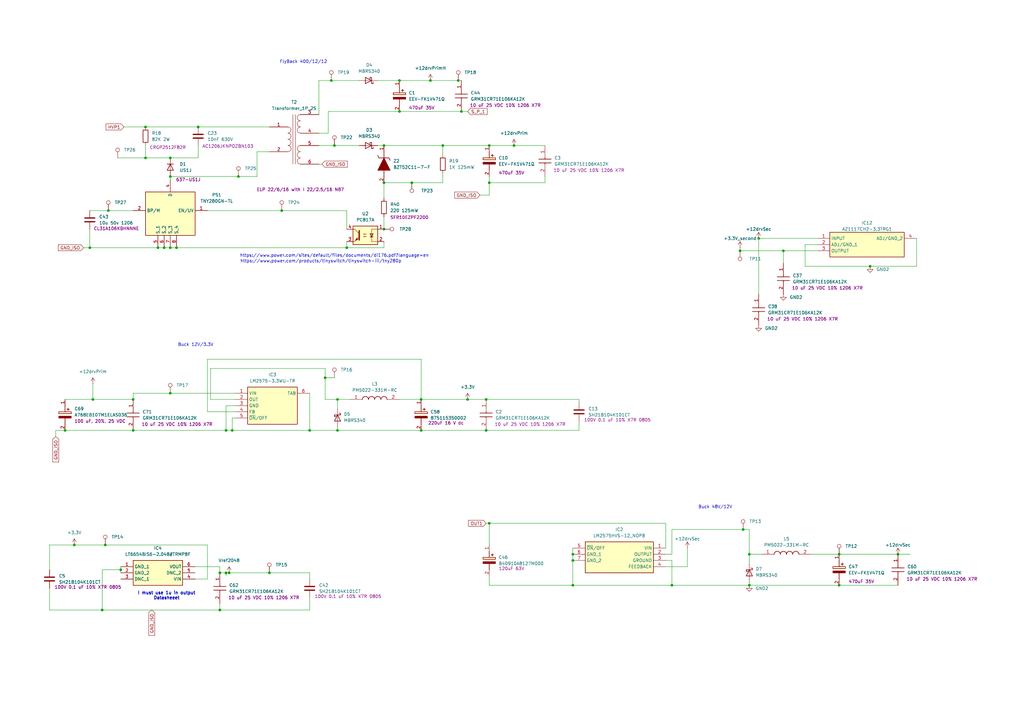
<source format=kicad_sch>
(kicad_sch (version 20250114) (generator "eeschema") (generator_version "9.0")
  (paper "A3")
  (text "I must use 1u in output\nDatasheeet\n" (at 68.326 244.348 0) (effects (font (size 1.27 1.27) (thickness 0.254) (bold yes))))
  (text "FlyBack 400/12/12" (at 124.46 25.4 0) (effects (font (size 1.27 1.27))))
  (text "Buck 12V/3.3V" (at 80.264 141.478 0) (effects (font (size 1.27 1.27))))
  (text "https://www.power.com/products/tinyswitch/tinyswitch-iii/tny280p" (at 131.572 107.188 0) (effects (font (size 1.27 1.27))))
  (text "Buck 48V/12V" (at 293.37 208.026 0) (effects (font (size 1.27 1.27))))
  (text "https://www.power.com/sites/default/files/documents/di176.pdf?language=en" (at 137.16 104.902 0) (effects (font (size 1.27 1.27))))
  (junction (at 176.53 33.02))
  (junction (at 92.71 176.53))
  (junction (at 163.83 45.72))
  (junction (at 172.72 163.83))
  (junction (at 157.48 59.69))
  (junction (at 93.98 234.95))
  (junction (at 41.91 250.19))
  (junction (at 163.83 33.02))
  (junction (at 90.17 250.19))
  (junction (at 321.31 102.87))
  (junction (at 92.71 234.95))
  (junction (at 127 176.53))
  (junction (at 69.85 72.39))
  (junction (at 133.35 154.94))
  (junction (at 307.34 227.33))
  (junction (at 199.39 163.83))
  (junction (at 54.61 163.83))
  (junction (at 210.82 59.69))
  (junction (at 64.77 101.6))
  (junction (at 110.49 234.95))
  (junction (at 49.53 233.68))
  (junction (at 172.72 176.53))
  (junction (at 234.95 240.03))
  (junction (at 43.18 223.52))
  (junction (at 356.87 109.22))
  (junction (at 59.69 52.07))
  (junction (at 187.96 33.02))
  (junction (at 69.85 64.77))
  (junction (at 191.77 163.83))
  (junction (at 189.23 45.72))
  (junction (at 234.95 229.87))
  (junction (at 115.57 86.36))
  (junction (at 30.48 223.52))
  (junction (at 304.8 217.17))
  (junction (at 38.1 163.83))
  (junction (at 137.16 59.69))
  (junction (at 303.53 102.87))
  (junction (at 59.69 64.77))
  (junction (at 200.66 59.69))
  (junction (at 54.61 176.53))
  (junction (at 275.59 240.03))
  (junction (at 181.61 59.69))
  (junction (at 26.67 176.53))
  (junction (at 168.91 74.93))
  (junction (at 234.95 227.33))
  (junction (at 138.43 176.53))
  (junction (at 95.25 176.53))
  (junction (at 200.66 74.93))
  (junction (at 67.31 101.6))
  (junction (at 97.79 72.39))
  (junction (at 368.3 227.33))
  (junction (at 157.48 93.98))
  (junction (at 44.45 86.36))
  (junction (at 200.66 214.63))
  (junction (at 69.85 161.29))
  (junction (at 36.83 101.6))
  (junction (at 311.15 97.79))
  (junction (at 135.89 33.02))
  (junction (at 69.85 101.6))
  (junction (at 157.48 74.93))
  (junction (at 344.17 240.03))
  (junction (at 307.34 240.03))
  (junction (at 344.17 227.33))
  (junction (at 138.43 163.83))
  (junction (at 72.39 101.6))
  (junction (at 81.28 52.07))
  (junction (at 90.17 234.95))
  (junction (at 142.24 101.6))
  (junction (at 199.39 176.53))
  (wire (pts (xy 137.16 59.69) (xy 147.32 59.69)))
  (wire (pts (xy 49.53 232.41) (xy 49.53 233.68)))
  (wire (pts (xy 234.95 229.87) (xy 234.95 240.03)))
  (wire (pts (xy 59.69 64.77) (xy 59.69 59.69)))
  (wire (pts (xy 234.95 227.33) (xy 234.95 229.87)))
  (wire (pts (xy 200.66 214.63) (xy 200.66 223.52)))
  (wire (pts (xy 154.94 59.69) (xy 157.48 59.69)))
  (wire (pts (xy 200.66 236.22) (xy 200.66 240.03)))
  (wire (pts (xy 59.69 52.07) (xy 81.28 52.07)))
  (wire (pts (xy 142.24 99.06) (xy 142.24 101.6)))
  (wire (pts (xy 90.17 250.19) (xy 127 250.19)))
  (wire (pts (xy 26.67 176.53) (xy 54.61 176.53)))
  (wire (pts (xy 273.05 229.87) (xy 275.59 229.87)))
  (wire (pts (xy 172.72 176.53) (xy 199.39 176.53)))
  (wire (pts (xy 95.25 171.45) (xy 95.25 176.53)))
  (wire (pts (xy 38.1 157.48) (xy 38.1 163.83)))
  (wire (pts (xy 133.35 154.94) (xy 133.35 163.83)))
  (wire (pts (xy 132.08 67.31) (xy 130.81 67.31)))
  (wire (pts (xy 96.52 161.29) (xy 69.85 161.29)))
  (wire (pts (xy 304.8 217.17) (xy 307.34 217.17)))
  (wire (pts (xy 135.89 33.02) (xy 147.32 33.02)))
  (wire (pts (xy 181.61 59.69) (xy 181.61 63.5)))
  (wire (pts (xy 49.53 233.68) (xy 49.53 234.95)))
  (wire (pts (xy 157.48 59.69) (xy 181.61 59.69)))
  (wire (pts (xy 41.91 233.68) (xy 41.91 250.19)))
  (wire (pts (xy 90.17 234.95) (xy 92.71 234.95)))
  (wire (pts (xy 181.61 71.12) (xy 181.61 74.93)))
  (wire (pts (xy 275.59 229.87) (xy 275.59 240.03)))
  (wire (pts (xy 157.48 101.6) (xy 157.48 99.06)))
  (wire (pts (xy 234.95 240.03) (xy 275.59 240.03)))
  (wire (pts (xy 163.83 33.02) (xy 176.53 33.02)))
  (wire (pts (xy 200.66 80.01) (xy 200.66 74.93)))
  (wire (pts (xy 90.17 232.41) (xy 90.17 234.95)))
  (wire (pts (xy 93.98 234.95) (xy 110.49 234.95)))
  (wire (pts (xy 332.74 227.33) (xy 344.17 227.33)))
  (wire (pts (xy 127 237.49) (xy 127 234.95)))
  (wire (pts (xy 275.59 240.03) (xy 307.34 240.03)))
  (wire (pts (xy 273.05 214.63) (xy 273.05 224.79)))
  (wire (pts (xy 311.15 97.79) (xy 311.15 120.65)))
  (wire (pts (xy 81.28 59.69) (xy 81.28 64.77)))
  (wire (pts (xy 138.43 176.53) (xy 172.72 176.53)))
  (wire (pts (xy 154.94 33.02) (xy 163.83 33.02)))
  (wire (pts (xy 200.66 240.03) (xy 234.95 240.03)))
  (wire (pts (xy 90.17 247.65) (xy 90.17 250.19)))
  (wire (pts (xy 105.41 62.23) (xy 110.49 62.23)))
  (wire (pts (xy 134.62 54.61) (xy 134.62 45.72)))
  (wire (pts (xy 200.66 59.69) (xy 210.82 59.69)))
  (wire (pts (xy 168.91 74.93) (xy 157.48 74.93)))
  (wire (pts (xy 127 245.11) (xy 127 250.19)))
  (wire (pts (xy 375.92 109.22) (xy 356.87 109.22)))
  (wire (pts (xy 92.71 176.53) (xy 95.25 176.53)))
  (wire (pts (xy 368.3 227.33) (xy 373.38 227.33)))
  (wire (pts (xy 133.35 163.83) (xy 138.43 163.83)))
  (wire (pts (xy 96.52 171.45) (xy 95.25 171.45)))
  (wire (pts (xy 138.43 163.83) (xy 143.51 163.83)))
  (wire (pts (xy 48.26 64.77) (xy 59.69 64.77)))
  (wire (pts (xy 176.53 33.02) (xy 187.96 33.02)))
  (wire (pts (xy 105.41 62.23) (xy 105.41 72.39)))
  (wire (pts (xy 85.09 237.49) (xy 85.09 223.52)))
  (wire (pts (xy 356.87 109.22) (xy 330.2 109.22)))
  (wire (pts (xy 96.52 163.83) (xy 86.36 163.83)))
  (wire (pts (xy 49.53 233.68) (xy 41.91 233.68)))
  (wire (pts (xy 69.85 64.77) (xy 81.28 64.77)))
  (wire (pts (xy 54.61 86.36) (xy 44.45 86.36)))
  (wire (pts (xy 196.85 80.01) (xy 200.66 80.01)))
  (wire (pts (xy 130.81 54.61) (xy 134.62 54.61)))
  (wire (pts (xy 67.31 101.6) (xy 69.85 101.6)))
  (wire (pts (xy 344.17 227.33) (xy 368.3 227.33)))
  (wire (pts (xy 281.94 224.79) (xy 281.94 232.41)))
  (wire (pts (xy 237.49 165.1) (xy 237.49 163.83)))
  (wire (pts (xy 34.29 101.6) (xy 36.83 101.6)))
  (wire (pts (xy 210.82 59.69) (xy 223.52 59.69)))
  (wire (pts (xy 81.28 52.07) (xy 110.49 52.07)))
  (wire (pts (xy 80.01 237.49) (xy 85.09 237.49)))
  (wire (pts (xy 199.39 214.63) (xy 200.66 214.63)))
  (wire (pts (xy 92.71 234.95) (xy 92.71 236.22)))
  (wire (pts (xy 275.59 217.17) (xy 304.8 217.17)))
  (wire (pts (xy 138.43 175.26) (xy 138.43 176.53)))
  (wire (pts (xy 133.35 151.13) (xy 133.35 154.94)))
  (wire (pts (xy 303.53 102.87) (xy 321.31 102.87)))
  (wire (pts (xy 142.24 101.6) (xy 157.48 101.6)))
  (wire (pts (xy 69.85 101.6) (xy 72.39 101.6)))
  (wire (pts (xy 157.48 81.28) (xy 157.48 74.93)))
  (wire (pts (xy 86.36 163.83) (xy 86.36 151.13)))
  (wire (pts (xy 97.79 72.39) (xy 105.41 72.39)))
  (wire (pts (xy 69.85 72.39) (xy 69.85 73.66)))
  (wire (pts (xy 85.09 86.36) (xy 115.57 86.36)))
  (wire (pts (xy 96.52 166.37) (xy 92.71 166.37)))
  (wire (pts (xy 92.71 234.95) (xy 93.98 234.95)))
  (wire (pts (xy 330.2 109.22) (xy 330.2 100.33)))
  (wire (pts (xy 375.92 97.79) (xy 375.92 109.22)))
  (wire (pts (xy 172.72 147.32) (xy 172.72 163.83)))
  (wire (pts (xy 163.83 45.72) (xy 189.23 45.72)))
  (wire (pts (xy 200.66 74.93) (xy 200.66 72.39)))
  (wire (pts (xy 64.77 101.6) (xy 67.31 101.6)))
  (wire (pts (xy 85.09 147.32) (xy 172.72 147.32)))
  (wire (pts (xy 307.34 227.33) (xy 307.34 231.14)))
  (wire (pts (xy 134.62 45.72) (xy 163.83 45.72)))
  (wire (pts (xy 44.45 86.36) (xy 36.83 86.36)))
  (wire (pts (xy 138.43 163.83) (xy 138.43 167.64)))
  (wire (pts (xy 273.05 232.41) (xy 281.94 232.41)))
  (wire (pts (xy 303.53 102.87) (xy 303.53 101.6)))
  (wire (pts (xy 157.48 93.98) (xy 157.48 88.9)))
  (wire (pts (xy 130.81 33.02) (xy 135.89 33.02)))
  (wire (pts (xy 321.31 102.87) (xy 321.31 107.95)))
  (wire (pts (xy 54.61 176.53) (xy 92.71 176.53)))
  (wire (pts (xy 142.24 93.98) (xy 142.24 86.36)))
  (wire (pts (xy 307.34 227.33) (xy 307.34 217.17)))
  (wire (pts (xy 95.25 176.53) (xy 127 176.53)))
  (wire (pts (xy 189.23 45.72) (xy 191.77 45.72)))
  (wire (pts (xy 307.34 238.76) (xy 307.34 240.03)))
  (wire (pts (xy 41.91 250.19) (xy 90.17 250.19)))
  (wire (pts (xy 344.17 240.03) (xy 368.3 240.03)))
  (wire (pts (xy 86.36 151.13) (xy 133.35 151.13)))
  (wire (pts (xy 43.18 223.52) (xy 85.09 223.52)))
  (wire (pts (xy 127 176.53) (xy 138.43 176.53)))
  (wire (pts (xy 321.31 102.87) (xy 335.28 102.87)))
  (wire (pts (xy 26.67 163.83) (xy 38.1 163.83)))
  (wire (pts (xy 234.95 224.79) (xy 234.95 227.33)))
  (wire (pts (xy 199.39 176.53) (xy 237.49 176.53)))
  (wire (pts (xy 311.15 97.79) (xy 335.28 97.79)))
  (wire (pts (xy 163.83 163.83) (xy 172.72 163.83)))
  (wire (pts (xy 130.81 33.02) (xy 130.81 46.99)))
  (wire (pts (xy 223.52 74.93) (xy 200.66 74.93)))
  (wire (pts (xy 142.24 86.36) (xy 115.57 86.36)))
  (wire (pts (xy 237.49 172.72) (xy 237.49 176.53)))
  (wire (pts (xy 130.81 59.69) (xy 137.16 59.69)))
  (wire (pts (xy 181.61 59.69) (xy 200.66 59.69)))
  (wire (pts (xy 172.72 163.83) (xy 191.77 163.83)))
  (wire (pts (xy 307.34 240.03) (xy 344.17 240.03)))
  (wire (pts (xy 20.32 223.52) (xy 20.32 233.68)))
  (wire (pts (xy 133.35 154.94) (xy 137.16 154.94)))
  (wire (pts (xy 191.77 163.83) (xy 199.39 163.83)))
  (wire (pts (xy 110.49 234.95) (xy 127 234.95)))
  (wire (pts (xy 92.71 166.37) (xy 92.71 176.53)))
  (wire (pts (xy 330.2 100.33) (xy 335.28 100.33)))
  (wire (pts (xy 30.48 223.52) (xy 43.18 223.52)))
  (wire (pts (xy 307.34 227.33) (xy 312.42 227.33)))
  (wire (pts (xy 22.86 179.07) (xy 22.86 176.53)))
  (wire (pts (xy 275.59 227.33) (xy 275.59 217.17)))
  (wire (pts (xy 22.86 176.53) (xy 26.67 176.53)))
  (wire (pts (xy 275.59 227.33) (xy 273.05 227.33)))
  (wire (pts (xy 69.85 72.39) (xy 97.79 72.39)))
  (wire (pts (xy 38.1 163.83) (xy 54.61 163.83)))
  (wire (pts (xy 50.8 52.07) (xy 59.69 52.07)))
  (wire (pts (xy 223.52 72.39) (xy 223.52 74.93)))
  (wire (pts (xy 237.49 163.83) (xy 199.39 163.83)))
  (wire (pts (xy 59.69 64.77) (xy 69.85 64.77)))
  (wire (pts (xy 200.66 214.63) (xy 273.05 214.63)))
  (wire (pts (xy 20.32 250.19) (xy 41.91 250.19)))
  (wire (pts (xy 20.32 241.3) (xy 20.32 250.19)))
  (wire (pts (xy 36.83 101.6) (xy 64.77 101.6)))
  (wire (pts (xy 36.83 93.98) (xy 36.83 101.6)))
  (wire (pts (xy 85.09 147.32) (xy 85.09 168.91)))
  (wire (pts (xy 80.01 232.41) (xy 90.17 232.41)))
  (wire (pts (xy 187.96 33.02) (xy 189.23 33.02)))
  (wire (pts (xy 20.32 223.52) (xy 30.48 223.52)))
  (wire (pts (xy 72.39 101.6) (xy 142.24 101.6)))
  (wire (pts (xy 69.85 161.29) (xy 54.61 161.29)))
  (wire (pts (xy 54.61 161.29) (xy 54.61 163.83)))
  (wire (pts (xy 127 161.29) (xy 127 176.53)))
  (wire (pts (xy 181.61 74.93) (xy 168.91 74.93)))
  (wire (pts (xy 85.09 168.91) (xy 96.52 168.91)))
  (global_label "HVP1" (shape input) (at 50.8 52.07 180) (property "Intersheetrefs" "${INTERSHEET_REFS}" (effects (hide yes))))
  (global_label "S_P_1" (shape input) (at 191.77 45.72 0) (property "Intersheetrefs" "${INTERSHEET_REFS}" (effects (hide yes))))
  (global_label "GND_ISO" (shape input) (at 34.29 101.6 180) (property "Intersheetrefs" "${INTERSHEET_REFS}" (effects (hide yes))))
  (global_label "GND_ISO" (shape input) (at 62.23 250.19 270) (property "Intersheetrefs" "${INTERSHEET_REFS}" (effects (hide yes))))
  (global_label "GND_ISO" (shape input) (at 132.08 67.31 0) (property "Intersheetrefs" "${INTERSHEET_REFS}" (effects (hide yes))))
  (global_label "GND_ISO" (shape input) (at 22.86 179.07 270) (property "Intersheetrefs" "${INTERSHEET_REFS}" (effects (hide yes))))
  (global_label "GND_ISO" (shape input) (at 196.85 80.01 180) (property "Intersheetrefs" "${INTERSHEET_REFS}" (effects (hide yes))))
  (global_label "OUT1" (shape input) (at 199.39 214.63 180) (property "Intersheetrefs" "${INTERSHEET_REFS}" (effects (hide yes))))
  (symbol (lib_id "power:+12V") (at 368.3 227.33 0) (unit 1)
    (property "Reference" "#PWR031" (effects (hide yes)))
    (property "Value" "+12drvSec" (at 368.3 223.52 0))
    (property "Description" "Power symbol creates a global label with name \"+12V\"" (effects (hide yes)))
  )
  (symbol (lib_id "Device:Transformer_1P_2S") (at 120.65 57.15 0) (unit 1)
    (property "Reference" "T2" (at 120.65 41.91 0))
    (property "Value" "Transformer_1P_2S" (at 120.65 44.45 0))
    (property "Footprint" "New_Linrary:Trans_planner_buck" (effects (hide yes)))
    (property "Description" "Transformer, single primary, dual secondary" (effects (hide yes)))
    (property "Field5" "ELP 22/6/16 with I 22/2.5/16 N87 " (at 123.698 77.724 0))
  )
  (symbol (lib_id "TNY280GN-TL:TNY280GN-TL") (at 54.61 86.36 0) (unit 1)
    (property "Reference" "PS1" (at 88.9 79.9398 0))
    (property "Value" "TNY280GN-TL" (at 88.9 82.4798 0))
    (property "Footprint" "TNY280GN-TL:TNY280GNTL" (effects (hide yes)))
    (property "Description" "AC/DC Converters 28.5W 85-265 VAC 36.5W/230 VAC" (effects (hide yes)))
    (property "Height" "3.98" (effects (hide yes)))
    (property "Mouser Part Number" "869-TNY280GN-TL" (effects (hide yes)))
    (property "Mouser Price/Stock" "https://www.mouser.co.uk/ProductDetail/Power-Integrations/TNY280GN-TL?qs=vF78I%252BjhbY8Q8Coo9C8agA%3D%3D" (effects (hide yes)))
    (property "Manufacturer_Name" "Power Integrations" (effects (hide yes)))
    (property "Manufacturer_Part_Number" "TNY280GN-TL" (effects (hide yes)))
  )
  (symbol (lib_id "GRM31CR71E106KA12K:GRM31CR71E106KA12K") (at 90.17 234.95 270) (unit 1)
    (property "Reference" "C62" (at 93.98 240.0299 90) (effects (justify left)))
    (property "Value" "GRM31CR71E106KA12K" (at 93.98 242.5699 90) (effects (justify left)))
    (property "Footprint" "GRM31CR71E106KA12K:GRM31x" (effects (hide yes)))
    (property "Datasheet" "https://search.murata.co.jp/Ceramy/image/img/A01X/G101/ENG/GRM31CR71E106KA12-01CA.pdf" (effects (hide yes)))
    (property "Description" "MLCC, 1206" (effects (hide yes)))
    (property "Height" "1.25" (effects (hide yes)))
    (property "Mouser Part Number" "81-GRM31CR71E106KA2K" (effects (hide yes)))
    (property "Mouser Price/Stock" "https://www.mouser.co.uk/ProductDetail/Murata-Electronics/GRM31CR71E106KA12K?qs=raY79WRVTyM6xGVExNjdaw%3D%3D" (effects (hide yes)))
    (property "Manufacturer_Name" "Murata Electronics" (effects (hide yes)))
    (property "Manufacturer_Part_Number" "GRM31CR71E106KA12K" (effects (hide yes)))
    (property "Field10" "10 uF 25 VDC 10% 1206 X7R" (at 108.204 245.11 90))
  )
  (symbol (lib_id "Device:R") (at 157.48 85.09 0) (unit 1)
    (property "Reference" "R40" (at 160.02 83.8199 0) (effects (justify left)))
    (property "Value" "220 125mW" (at 160.02 86.3599 0) (effects (justify left)))
    (property "Footprint" "Resistor_SMD:R_0805_2012Metric" (effects (hide yes)))
    (property "Description" "SFR10EZPF2200" (at 167.894 89.154 0))
  )
  (symbol (lib_id "Device:C") (at 20.32 237.49 0) (unit 1)
    (property "Reference" "C5" (at 24.13 236.2199 0) (effects (justify left)))
    (property "Value" "SH21B104K101CT" (at 24.13 238.7599 0) (effects (justify left)))
    (property "Footprint" "Capacitor_SMD:C_0805_2012Metric" (effects (hide yes)))
    (property "Description" "100V 0.1 uF 10% X7R 0805" (at 36.068 240.792 0))
  )
  (symbol (lib_id "Connector:TestPoint") (at 110.49 234.95 0) (unit 1)
    (property "Reference" "TP15" (at 113.03 231.6479 0) (effects (justify left)))
    (property "Value" "TestPoint" (effects (hide yes)))
    (property "Footprint" "TestPoint:TestPoint_Pad_D1.0mm" (effects (hide yes)))
    (property "Description" "test point" (effects (hide yes)))
  )
  (symbol (lib_id "LT6654BIS6-2_048#TRMPBF:LT6654BIS6-2.048#TRMPBF") (at 49.53 232.41 0) (unit 1)
    (property "Reference" "IC4" (at 64.77 224.79 0))
    (property "Value" "LT6654BIS6-2.048#TRMPBF" (at 64.77 227.33 0))
    (property "Footprint" "LT6654BIS6-2.048#TRMPBF:SOT95P280X100-6N" (effects (hide yes)))
    (property "Datasheet" "https://www.analog.com/media/en/technical-documentation/data-sheets/lt6654.pdf" (effects (hide yes)))
    (property "Description" "LINEAR TECHNOLOGY - LT6654BIS6-2.048#TRMPBF - Voltage Reference, Series - Fixed, LT6654 Series, 2.048V reference, 0.1 %, +/- 10ppm/C, TSOT-23-6" (effects (hide yes)))
    (property "Height" "1" (effects (hide yes)))
    (property "Manufacturer_Name" "Analog Devices" (effects (hide yes)))
    (property "Manufacturer_Part_Number" "LT6654BIS6-2.048#TRMPBF" (effects (hide yes)))
  )
  (symbol (lib_id "Connector:TestPoint") (at 157.48 93.98 270) (unit 1)
    (property "Reference" "TP28" (at 163.83 93.9799 90) (effects (justify left)))
    (property "Value" "TestPoint" (effects (hide yes)))
    (property "Footprint" "TestPoint:TestPoint_Pad_D1.0mm" (effects (hide yes)))
    (property "Description" "test point" (effects (hide yes)))
  )
  (symbol (lib_id "power:+12V") (at 38.1 157.48 0) (unit 1)
    (property "Reference" "#PWR02" (effects (hide yes)))
    (property "Value" "+12drvPrim" (at 38.1 152.4 0))
    (property "Description" "Power symbol creates a global label with name \"+12V\"" (effects (hide yes)))
  )
  (symbol (lib_id "EEV-FK1V471Q:EEV-FK1V471Q") (at 200.66 59.69 270) (unit 1)
    (property "Reference" "C10" (at 204.47 64.7699 90) (effects (justify left)))
    (property "Value" "EEV-FK1V471Q" (at 204.47 67.3099 90) (effects (justify left)))
    (property "Footprint" "EEV-FK1V471Q:EEEFK0J332AQ" (effects (hide yes)))
    (property "Datasheet" "http://industrial.panasonic.com/cdbs/www-data/pdf/RDE0000/ABA0000C1181.pdf" (effects (hide yes)))
    (property "Description" "Cap Aluminum Lytic 470uF 35V 20% (12.5 X 13.5mm) SMD 0.06 Ohm 1100mA 2000h 105C Automotive T/R" (effects (hide yes)))
    (property "Height" "15" (effects (hide yes)))
    (property "Mouser Part Number" "667-EEV-FK1V471Q" (effects (hide yes)))
    (property "Mouser Price/Stock" "https://www.mouser.co.uk/ProductDetail/Panasonic/EEV-FK1V471Q?qs=f%252BPvLx1Hi0nmPvz1q5bc1Q%3D%3D" (effects (hide yes)))
    (property "Manufacturer_Name" "Panasonic" (effects (hide yes)))
    (property "Manufacturer_Part_Number" "EEV-FK1V471Q" (effects (hide yes)))
    (property "Field10" "470uF 35V" (at 209.804 70.866 90))
  )
  (symbol (lib_id "PM5022-331M-RC:PM5022-331M-RC") (at 143.51 163.83 0) (unit 1)
    (property "Reference" "L3" (at 153.67 157.48 0))
    (property "Value" "PM5022-331M-RC" (at 153.67 160.02 0))
    (property "Footprint" "PM5022-331M-RC:PM5022331MRC" (effects (hide yes)))
    (property "Datasheet" "https://datasheet.datasheetarchive.com/originals/distributors/Datasheets-DGA11/2187790.pdf" (effects (hide yes)))
    (property "Description" "Fixed Inductors 330uH 20% ,," (effects (hide yes)))
    (property "Height" "6.9" (effects (hide yes)))
    (property "Mouser Part Number" "542-PM5022-331M-RC" (effects (hide yes)))
    (property "Mouser Price/Stock" "https://www.mouser.co.uk/ProductDetail/Bourns/PM5022-331M-RC?qs=zx6%2FfhZlzQrZDwlBjem2zw%3D%3D" (effects (hide yes)))
    (property "Manufacturer_Name" "Bourns" (effects (hide yes)))
    (property "Manufacturer_Part_Number" "PM5022-331M-RC" (effects (hide yes)))
  )
  (symbol (lib_id "Connector:TestPoint") (at 168.91 74.93 180) (unit 1)
    (property "Reference" "TP23" (at 172.72 78.2319 0) (effects (justify right)))
    (property "Value" "TestPoint" (effects (hide yes)))
    (property "Footprint" "TestPoint:TestPoint_Pad_D1.0mm" (effects (hide yes)))
    (property "Description" "test point" (effects (hide yes)))
  )
  (symbol (lib_id "Diode:MBRS340") (at 151.13 33.02 180) (unit 1)
    (property "Reference" "D4" (at 151.4475 26.67 0))
    (property "Value" "MBRS340" (at 151.4475 29.21 0))
    (property "Footprint" "Diode_SMD:D_SMC" (effects (hide yes)))
    (property "Datasheet" "https://www.onsemi.com/download/data-sheet/pdf/mbrs340t3-d.pdf" (effects (hide yes)))
    (property "Description" "40V 3A Schottky Barrier Rectifier Diode, SMC (DO-214AB)" (effects (hide yes)))
  )
  (symbol (lib_id "PM5022-331M-RC:PM5022-331M-RC") (at 312.42 227.33 0) (unit 1)
    (property "Reference" "L5" (at 322.58 220.98 0))
    (property "Value" "PM5022-331M-RC" (at 322.58 223.52 0))
    (property "Footprint" "PM5022-331M-RC:PM5022331MRC" (effects (hide yes)))
    (property "Datasheet" "https://datasheet.datasheetarchive.com/originals/distributors/Datasheets-DGA11/2187790.pdf" (effects (hide yes)))
    (property "Description" "Fixed Inductors 330uH 20% ,," (effects (hide yes)))
    (property "Height" "6.9" (effects (hide yes)))
    (property "Mouser Part Number" "542-PM5022-331M-RC" (effects (hide yes)))
    (property "Mouser Price/Stock" "https://www.mouser.co.uk/ProductDetail/Bourns/PM5022-331M-RC?qs=zx6%2FfhZlzQrZDwlBjem2zw%3D%3D" (effects (hide yes)))
    (property "Manufacturer_Name" "Bourns" (effects (hide yes)))
    (property "Manufacturer_Part_Number" "PM5022-331M-RC" (effects (hide yes)))
  )
  (symbol (lib_id "GRM31CR71E106KA12K:GRM31CR71E106KA12K") (at 321.31 107.95 270) (unit 1)
    (property "Reference" "C37" (at 325.12 113.0299 90) (effects (justify left)))
    (property "Value" "GRM31CR71E106KA12K" (at 325.12 115.5699 90) (effects (justify left)))
    (property "Footprint" "GRM31CR71E106KA12K:GRM31x" (effects (hide yes)))
    (property "Datasheet" "https://search.murata.co.jp/Ceramy/image/img/A01X/G101/ENG/GRM31CR71E106KA12-01CA.pdf" (effects (hide yes)))
    (property "Description" "MLCC, 1206" (effects (hide yes)))
    (property "Height" "1.25" (effects (hide yes)))
    (property "Mouser Part Number" "81-GRM31CR71E106KA2K" (effects (hide yes)))
    (property "Mouser Price/Stock" "https://www.mouser.co.uk/ProductDetail/Murata-Electronics/GRM31CR71E106KA12K?qs=raY79WRVTyM6xGVExNjdaw%3D%3D" (effects (hide yes)))
    (property "Manufacturer_Name" "Murata Electronics" (effects (hide yes)))
    (property "Manufacturer_Part_Number" "GRM31CR71E106KA12K" (effects (hide yes)))
    (property "Field10" "10 uF 25 VDC 10% 1206 X7R" (at 339.344 118.11 90))
  )
  (symbol (lib_id "power:+5V") (at 303.53 101.6 0) (unit 1)
    (property "Reference" "#PWR038" (effects (hide yes)))
    (property "Value" "+3.3V_second" (at 303.53 97.79 0))
    (property "Description" "Power symbol creates a global label with name \"+5V\"" (effects (hide yes)))
  )
  (symbol (lib_id "Diode:MBRS340") (at 307.34 234.95 270) (unit 1)
    (property "Reference" "D7" (at 309.88 233.3624 90) (effects (justify left)))
    (property "Value" "MBRS340" (at 309.88 235.9024 90) (effects (justify left)))
    (property "Footprint" "Diode_SMD:D_SMC" (effects (hide yes)))
    (property "Datasheet" "https://www.onsemi.com/download/data-sheet/pdf/mbrs340t3-d.pdf" (effects (hide yes)))
    (property "Description" "40V 3A Schottky Barrier Rectifier Diode, SMC (DO-214AB)" (effects (hide yes)))
  )
  (symbol (lib_id "Connector:TestPoint") (at 137.16 154.94 0) (unit 1)
    (property "Reference" "TP16" (at 139.7 151.6379 0) (effects (justify left)))
    (property "Value" "TestPoint" (effects (hide yes)))
    (property "Footprint" "TestPoint:TestPoint_Pad_D1.0mm" (effects (hide yes)))
    (property "Description" "test point" (effects (hide yes)))
  )
  (symbol (lib_id "power:GND2") (at 311.15 133.35 0) (unit 1)
    (property "Reference" "#PWR024" (effects (hide yes)))
    (property "Value" "GND2" (at 313.69 134.6199 0) (effects (justify left)))
    (property "Description" "Power symbol creates a global label with name \"GND2\" , ground" (effects (hide yes)))
  )
  (symbol (lib_id "Device:C") (at 81.28 55.88 0) (unit 1)
    (property "Reference" "C23" (at 85.09 54.6099 0) (effects (justify left)))
    (property "Value" "10nF 630V" (at 85.09 57.1499 0) (effects (justify left)))
    (property "Footprint" "Capacitor_SMD:C_1206_3216Metric" (effects (hide yes)))
    (property "Description" "AC1206JKNPOZBN103" (at 93.472 59.944 0))
  )
  (symbol (lib_id "Connector:TestPoint") (at 115.57 86.36 0) (unit 1)
    (property "Reference" "TP24" (at 118.11 83.0579 0) (effects (justify left)))
    (property "Value" "TestPoint" (effects (hide yes)))
    (property "Footprint" "TestPoint:TestPoint_Pad_D1.0mm" (effects (hide yes)))
    (property "Description" "test point" (effects (hide yes)))
  )
  (symbol (lib_id "875115350002:875115350002") (at 172.72 163.83 270) (unit 1)
    (property "Reference" "C58" (at 176.53 168.9099 90) (effects (justify left)))
    (property "Value" "875115350002" (at 176.53 171.4499 90) (effects (justify left)))
    (property "Footprint" "CAPAE830X770N" (effects (hide yes)))
    (property "Datasheet" "http://katalog.we-online.de/pbs/datasheet/875115350002.pdf" (effects (hide yes)))
    (property "Description" "Wurth Elektronik 220uF 16 V dc Aluminium Polymer Capacitor, WCAP-PSHP Series 2000h 7.7 (Dia.) x 7.55mm" (effects (hide yes)))
    (property "Height" "7.7" (effects (hide yes)))
    (property "Mouser Part Number" "710-875115350002" (effects (hide yes)))
    (property "Mouser Price/Stock" "https://www.mouser.co.uk/ProductDetail/Wurth-Elektronik/875115350002?qs=0KOYDY2FL2%252BUXz2ApdK6oA%3D%3D" (effects (hide yes)))
    (property "Manufacturer_Name" "Wurth Elektronik" (effects (hide yes)))
    (property "Manufacturer_Part_Number" "875115350002" (effects (hide yes)))
    (property "Field10" "220uF 16 V dc " (at 183.388 173.482 90))
  )
  (symbol (lib_id "power:+12V") (at 311.15 97.79 0) (unit 1)
    (property "Reference" "#PWR037" (effects (hide yes)))
    (property "Value" "+12drvSec" (at 311.15 93.98 0))
    (property "Description" "Power symbol creates a global label with name \"+12V\"" (effects (hide yes)))
  )
  (symbol (lib_id "Connector:TestPoint") (at 97.79 72.39 0) (unit 1)
    (property "Reference" "TP25" (at 100.33 69.0879 0) (effects (justify left)))
    (property "Value" "TestPoint" (effects (hide yes)))
    (property "Footprint" "TestPoint:TestPoint_Pad_D1.0mm" (effects (hide yes)))
    (property "Description" "test point" (effects (hide yes)))
  )
  (symbol (lib_id "LM2575-3_3WU-TR:LM2575-3.3WU-TR") (at 96.52 161.29 0) (unit 1)
    (property "Reference" "IC3" (at 111.76 153.67 0))
    (property "Value" "LM2575-3.3WU-TR" (at 111.76 156.21 0))
    (property "Footprint" "LM2575-3.3WU-TR:MIC29302WU" (effects (hide yes)))
    (property "Datasheet" "http://www.microchip.com/mymicrochip/filehandler.aspx?ddocname=en579004" (effects (hide yes)))
    (property "Description" "Switching Voltage Regulators" (effects (hide yes)))
    (property "Height" "4" (effects (hide yes)))
    (property "Mouser Part Number" "998-LM2575-3.3WUTR" (effects (hide yes)))
    (property "Mouser Price/Stock" "https://www.mouser.co.uk/ProductDetail/Microchip-Technology/LM2575-3.3WU-TR?qs=Y3Q3JoKAO1TNQ1s9ijuGrQ%3D%3D" (effects (hide yes)))
    (property "Manufacturer_Name" "Microchip" (effects (hide yes)))
    (property "Manufacturer_Part_Number" "LM2575-3.3WU-TR" (effects (hide yes)))
  )
  (symbol (lib_id "GRM31CR71E106KA12K:GRM31CR71E106KA12K") (at 189.23 33.02 270) (unit 1)
    (property "Reference" "C44" (at 193.04 38.0999 90) (effects (justify left)))
    (property "Value" "GRM31CR71E106KA12K" (at 193.04 40.6399 90) (effects (justify left)))
    (property "Footprint" "GRM31CR71E106KA12K:GRM31x" (effects (hide yes)))
    (property "Datasheet" "https://search.murata.co.jp/Ceramy/image/img/A01X/G101/ENG/GRM31CR71E106KA12-01CA.pdf" (effects (hide yes)))
    (property "Description" "MLCC, 1206" (effects (hide yes)))
    (property "Height" "1.25" (effects (hide yes)))
    (property "Mouser Part Number" "81-GRM31CR71E106KA2K" (effects (hide yes)))
    (property "Mouser Price/Stock" "https://www.mouser.co.uk/ProductDetail/Murata-Electronics/GRM31CR71E106KA12K?qs=raY79WRVTyM6xGVExNjdaw%3D%3D" (effects (hide yes)))
    (property "Manufacturer_Name" "Murata Electronics" (effects (hide yes)))
    (property "Manufacturer_Part_Number" "GRM31CR71E106KA12K" (effects (hide yes)))
    (property "Field10" "10 uF 25 VDC 10% 1206 X7R" (at 207.264 43.18 90))
  )
  (symbol (lib_id "power:+12V") (at 281.94 224.79 0) (unit 1)
    (property "Reference" "#PWR030" (effects (hide yes)))
    (property "Value" "+12drvSec" (at 281.94 220.98 0))
    (property "Description" "Power symbol creates a global label with name \"+12V\"" (effects (hide yes)))
  )
  (symbol (lib_id "power:+5V") (at 30.48 223.52 0) (unit 1)
    (property "Reference" "#PWR021" (effects (hide yes)))
    (property "Value" "+3.3V" (at 30.48 218.44 0))
    (property "Description" "Power symbol creates a global label with name \"+5V\"" (effects (hide yes)))
  )
  (symbol (lib_id "Connector:TestPoint") (at 48.26 64.77 0) (unit 1)
    (property "Reference" "TP26" (at 50.8 61.4679 0) (effects (justify left)))
    (property "Value" "TestPoint" (effects (hide yes)))
    (property "Footprint" "TestPoint:TestPoint_Pad_D1.0mm" (effects (hide yes)))
    (property "Description" "test point" (effects (hide yes)))
  )
  (symbol (lib_id "Diode:MBRS340") (at 151.13 59.69 180) (unit 1)
    (property "Reference" "D3" (at 151.4475 53.34 0))
    (property "Value" "MBRS340" (at 151.4475 55.88 0))
    (property "Footprint" "Diode_SMD:D_SMC" (effects (hide yes)))
    (property "Datasheet" "https://www.onsemi.com/download/data-sheet/pdf/mbrs340t3-d.pdf" (effects (hide yes)))
    (property "Description" "40V 3A Schottky Barrier Rectifier Diode, SMC (DO-214AB)" (effects (hide yes)))
  )
  (symbol (lib_id "LM2575HVS-12_NOPB:LM2575HVS-12_NOPB") (at 273.05 224.79 0) (mirror y) (unit 1)
    (property "Reference" "IC2" (at 254 217.17 0))
    (property "Value" "LM2575HVS-12_NOPB" (at 254 219.71 0))
    (property "Footprint" "LM2575HVS-12_NOPB:LM2575HVS12NOPB" (effects (hide yes)))
    (property "Datasheet" "http://www.ti.com/lit/gpn/lm2575hv" (effects (hide yes)))
    (property "Description" "Texas Instruments, LM2575HVS-12/NOPB Step-Down Switching Regulator 1A, 1.23  57 V, 5-Pin TO-263" (effects (hide yes)))
    (property "Height" "4.65" (effects (hide yes)))
    (property "Mouser Part Number" "926-LM2575HVS12NOPB" (effects (hide yes)))
    (property "Mouser Price/Stock" "https://www.mouser.co.uk/ProductDetail/Texas-Instruments/LM2575HVS-12-NOPB?qs=X1J7HmVL2ZEbVPlBGj9cJQ%3D%3D" (effects (hide yes)))
    (property "Manufacturer_Name" "Texas Instruments" (effects (hide yes)))
    (property "Manufacturer_Part_Number" "LM2575HVS-12/NOPB" (effects (hide yes)))
  )
  (symbol (lib_id "power:+5V") (at 191.77 163.83 0) (unit 1)
    (property "Reference" "#PWR025" (effects (hide yes)))
    (property "Value" "+3.3V" (at 191.77 158.75 0))
    (property "Description" "Power symbol creates a global label with name \"+5V\"" (effects (hide yes)))
  )
  (symbol (lib_id "Diode:US1J") (at 69.85 68.58 270) (unit 1)
    (property "Reference" "D1" (at 73.66 67.3099 90) (effects (justify left)))
    (property "Value" "US1J" (at 73.66 69.8499 90) (effects (justify left)))
    (property "Footprint" "Diode_SMD:D_SMA" (effects (hide yes)))
    (property "Datasheet" "https://www.diodes.com/assets/Datasheets/ds16008.pdf" (effects (hide yes)))
    (property "Description" "600V, 1A, General Purpose Rectifier Diode, SMA(DO-214AC)" (effects (hide yes)))
    (property "Sim.Device" "D" (effects (hide yes)))
    (property "Sim.Pins" "1=K 2=A" (effects (hide yes)))
    (property "Field7" "637-US1J" (at 77.216 73.66 90))
  )
  (symbol (lib_id "Device:C") (at 36.83 90.17 0) (unit 1)
    (property "Reference" "C43" (at 40.64 88.8999 0) (effects (justify left)))
    (property "Value" "10u 50v 1206" (at 40.64 91.4399 0) (effects (justify left)))
    (property "Footprint" "Capacitor_SMD:C_1206_3216Metric" (effects (hide yes)))
    (property "Description" "CL31A106KBHNNNE" (at 47.752 93.726 0))
  )
  (symbol (lib_id "Connector:TestPoint") (at 304.8 217.17 0) (unit 1)
    (property "Reference" "TP13" (at 307.34 213.8679 0) (effects (justify left)))
    (property "Value" "TestPoint" (effects (hide yes)))
    (property "Footprint" "TestPoint:TestPoint_Pad_D1.0mm" (effects (hide yes)))
    (property "Description" "test point" (effects (hide yes)))
  )
  (symbol (lib_id "B40910A8127M000:B40910A8127M000") (at 200.66 223.52 270) (unit 1)
    (property "Reference" "C46" (at 204.47 228.5999 90) (effects (justify left)))
    (property "Value" "B40910A8127M000" (at 204.47 231.1399 90) (effects (justify left)))
    (property "Footprint" "B40910A8127M000:B40910A8127M000" (effects (hide yes)))
    (property "Datasheet" "https://product.tdk.com/system/files/dam/doc/product/capacitor/aluminum-electrolytic/hybrid-polymer/data_sheet/20/30/db/aec/b40910.pdf" (effects (hide yes)))
    (property "Description" "63V, 120uF (M) d10x12,5 mm SMD HP" (effects (hide yes)))
    (property "Height" "12.8" (effects (hide yes)))
    (property "Manufacturer_Name" "TDK" (effects (hide yes)))
    (property "Manufacturer_Part_Number" "B40910A8127M000" (effects (hide yes)))
    (property "Value2" "120uF 63V" (at 209.804 233.172 90))
  )
  (symbol (lib_id "Isolator:PC817") (at 149.86 96.52 0) (mirror y) (unit 1)
    (property "Reference" "U2" (at 149.86 87.63 0))
    (property "Value" "PC817A" (at 149.86 90.17 0))
    (property "Footprint" "New_Linrary:PC817" (effects (hide yes)))
    (property "Datasheet" "http://www.soselectronic.cz/a_info/resource/d/pc817.pdf" (effects (hide yes)))
    (property "Description" "DC Optocoupler, Vce 35V, CTR 50-300%, DIP-4" (effects (hide yes)))
  )
  (symbol (lib_id "Diode:MBRS340") (at 138.43 171.45 270) (unit 1)
    (property "Reference" "D5" (at 140.97 169.8624 90) (effects (justify left)))
    (property "Value" "MBRS340" (at 140.97 172.4024 90) (effects (justify left)))
    (property "Footprint" "Diode_SMD:D_SMC" (effects (hide yes)))
    (property "Datasheet" "https://www.onsemi.com/download/data-sheet/pdf/mbrs340t3-d.pdf" (effects (hide yes)))
    (property "Description" "40V 3A Schottky Barrier Rectifier Diode, SMC (DO-214AB)" (effects (hide yes)))
  )
  (symbol (lib_id "Connector:TestPoint") (at 303.53 102.87 180) (unit 1)
    (property "Reference" "TP11" (at 307.34 106.1719 0) (effects (justify right)))
    (property "Value" "TestPoint" (effects (hide yes)))
    (property "Footprint" "TestPoint:TestPoint_Pad_D1.0mm" (effects (hide yes)))
    (property "Description" "test point" (effects (hide yes)))
  )
  (symbol (lib_id "power:+3V0") (at 93.98 234.95 0) (unit 1)
    (property "Reference" "#PWR022" (effects (hide yes)))
    (property "Value" "Vref2048" (at 93.98 229.87 0))
    (property "Description" "Power symbol creates a global label with name \"+3V0\"" (effects (hide yes)))
  )
  (symbol (lib_id "power:GND2") (at 321.31 120.65 0) (unit 1)
    (property "Reference" "#PWR029" (effects (hide yes)))
    (property "Value" "GND2" (at 323.85 121.9199 0) (effects (justify left)))
    (property "Description" "Power symbol creates a global label with name \"GND2\" , ground" (effects (hide yes)))
  )
  (symbol (lib_id "GRM31CR71E106KA12K:GRM31CR71E106KA12K") (at 368.3 227.33 270) (unit 1)
    (property "Reference" "C60" (at 372.11 232.4099 90) (effects (justify left)))
    (property "Value" "GRM31CR71E106KA12K" (at 372.11 234.9499 90) (effects (justify left)))
    (property "Footprint" "GRM31CR71E106KA12K:GRM31x" (effects (hide yes)))
    (property "Datasheet" "https://search.murata.co.jp/Ceramy/image/img/A01X/G101/ENG/GRM31CR71E106KA12-01CA.pdf" (effects (hide yes)))
    (property "Description" "MLCC, 1206" (effects (hide yes)))
    (property "Height" "1.25" (effects (hide yes)))
    (property "Mouser Part Number" "81-GRM31CR71E106KA2K" (effects (hide yes)))
    (property "Mouser Price/Stock" "https://www.mouser.co.uk/ProductDetail/Murata-Electronics/GRM31CR71E106KA12K?qs=raY79WRVTyM6xGVExNjdaw%3D%3D" (effects (hide yes)))
    (property "Manufacturer_Name" "Murata Electronics" (effects (hide yes)))
    (property "Manufacturer_Part_Number" "GRM31CR71E106KA12K" (effects (hide yes)))
    (property "Field10" "10 uF 25 VDC 10% 1206 X7R" (at 386.334 237.49 90))
  )
  (symbol (lib_id "Connector:TestPoint") (at 137.16 59.69 0) (unit 1)
    (property "Reference" "TP22" (at 139.7 56.3879 0) (effects (justify left)))
    (property "Value" "TestPoint" (effects (hide yes)))
    (property "Footprint" "TestPoint:TestPoint_Pad_D1.0mm" (effects (hide yes)))
    (property "Description" "test point" (effects (hide yes)))
  )
  (symbol (lib_id "Device:R") (at 59.69 55.88 0) (unit 1)
    (property "Reference" "R18" (at 62.23 54.6099 0) (effects (justify left)))
    (property "Value" "82K 2W" (at 62.23 57.1499 0) (effects (justify left)))
    (property "Footprint" "Resistor_SMD:R_2512_6332Metric" (effects (hide yes)))
    (property "Description" "CRGP2512F82R" (at 68.834 60.452 0))
  )
  (symbol (lib_id "power:+12V") (at 176.53 33.02 0) (unit 1)
    (property "Reference" "#PWR016" (effects (hide yes)))
    (property "Value" "+12drvPrimH" (at 176.53 27.94 0))
    (property "Description" "Power symbol creates a global label with name \"+12V\"" (effects (hide yes)))
  )
  (symbol (lib_id "Connector:TestPoint") (at 187.96 33.02 0) (unit 1)
    (property "Reference" "TP18" (at 190.5 29.7179 0) (effects (justify left)))
    (property "Value" "TestPoint" (effects (hide yes)))
    (property "Footprint" "TestPoint:TestPoint_Pad_D1.0mm" (effects (hide yes)))
    (property "Description" "test point" (effects (hide yes)))
  )
  (symbol (lib_id "GRM31CR71E106KA12K:GRM31CR71E106KA12K") (at 311.15 120.65 270) (unit 1)
    (property "Reference" "C38" (at 314.96 125.7299 90) (effects (justify left)))
    (property "Value" "GRM31CR71E106KA12K" (at 314.96 128.2699 90) (effects (justify left)))
    (property "Footprint" "GRM31CR71E106KA12K:GRM31x" (effects (hide yes)))
    (property "Datasheet" "https://search.murata.co.jp/Ceramy/image/img/A01X/G101/ENG/GRM31CR71E106KA12-01CA.pdf" (effects (hide yes)))
    (property "Description" "MLCC, 1206" (effects (hide yes)))
    (property "Height" "1.25" (effects (hide yes)))
    (property "Mouser Part Number" "81-GRM31CR71E106KA2K" (effects (hide yes)))
    (property "Mouser Price/Stock" "https://www.mouser.co.uk/ProductDetail/Murata-Electronics/GRM31CR71E106KA12K?qs=raY79WRVTyM6xGVExNjdaw%3D%3D" (effects (hide yes)))
    (property "Manufacturer_Name" "Murata Electronics" (effects (hide yes)))
    (property "Manufacturer_Part_Number" "GRM31CR71E106KA12K" (effects (hide yes)))
    (property "Field10" "10 uF 25 VDC 10% 1206 X7R" (at 329.184 130.81 90))
  )
  (symbol (lib_id "GRM31CR71E106KA12K:GRM31CR71E106KA12K") (at 199.39 163.83 270) (unit 1)
    (property "Reference" "C2" (at 203.2 168.9099 90) (effects (justify left)))
    (property "Value" "GRM31CR71E106KA12K" (at 203.2 171.4499 90) (effects (justify left)))
    (property "Footprint" "GRM31CR71E106KA12K:GRM31x" (effects (hide yes)))
    (property "Datasheet" "https://search.murata.co.jp/Ceramy/image/img/A01X/G101/ENG/GRM31CR71E106KA12-01CA.pdf" (effects (hide yes)))
    (property "Description" "MLCC, 1206" (effects (hide yes)))
    (property "Height" "1.25" (effects (hide yes)))
    (property "Mouser Part Number" "81-GRM31CR71E106KA2K" (effects (hide yes)))
    (property "Mouser Price/Stock" "https://www.mouser.co.uk/ProductDetail/Murata-Electronics/GRM31CR71E106KA12K?qs=raY79WRVTyM6xGVExNjdaw%3D%3D" (effects (hide yes)))
    (property "Manufacturer_Name" "Murata Electronics" (effects (hide yes)))
    (property "Manufacturer_Part_Number" "GRM31CR71E106KA12K" (effects (hide yes)))
    (property "Field10" "10 uF 25 VDC 10% 1206 X7R" (at 217.424 173.99 90))
  )
  (symbol (lib_id "Device:C") (at 237.49 168.91 0) (unit 1)
    (property "Reference" "C13" (at 241.3 167.6399 0) (effects (justify left)))
    (property "Value" "SH21B104K101CT" (at 241.3 170.1799 0) (effects (justify left)))
    (property "Footprint" "Capacitor_SMD:C_0805_2012Metric" (effects (hide yes)))
    (property "Description" "100V 0.1 uF 10% X7R 0805" (at 253.238 172.212 0))
  )
  (symbol (lib_id "power:GND2") (at 307.34 240.03 0) (unit 1)
    (property "Reference" "#PWR018" (effects (hide yes)))
    (property "Value" "GND2" (at 309.88 241.2999 0) (effects (justify left)))
    (property "Description" "Power symbol creates a global label with name \"GND2\" , ground" (effects (hide yes)))
  )
  (symbol (lib_id "Connector:TestPoint") (at 344.17 227.33 0) (unit 1)
    (property "Reference" "TP12" (at 346.71 224.0279 0) (effects (justify left)))
    (property "Value" "TestPoint" (effects (hide yes)))
    (property "Footprint" "TestPoint:TestPoint_Pad_D1.0mm" (effects (hide yes)))
    (property "Description" "test point" (effects (hide yes)))
  )
  (symbol (lib_id "power:GND2") (at 356.87 109.22 0) (unit 1)
    (property "Reference" "#PWR041" (effects (hide yes)))
    (property "Value" "GND2" (at 359.41 110.4899 0) (effects (justify left)))
    (property "Description" "Power symbol creates a global label with name \"GND2\" , ground" (effects (hide yes)))
  )
  (symbol (lib_id "power:+12V") (at 210.82 59.69 0) (unit 1)
    (property "Reference" "#PWR019" (effects (hide yes)))
    (property "Value" "+12drvPrim" (at 210.82 54.61 0))
    (property "Description" "Power symbol creates a global label with name \"+12V\"" (effects (hide yes)))
  )
  (symbol (lib_id "Connector:TestPoint") (at 43.18 223.52 0) (unit 1)
    (property "Reference" "TP14" (at 45.72 220.2179 0) (effects (justify left)))
    (property "Value" "TestPoint" (effects (hide yes)))
    (property "Footprint" "TestPoint:TestPoint_Pad_D1.0mm" (effects (hide yes)))
    (property "Description" "test point" (effects (hide yes)))
  )
  (symbol (lib_id "AZ1117CH2-3_3TRG1:AZ1117CH2-3.3TRG1") (at 335.28 97.79 0) (unit 1)
    (property "Reference" "IC12" (at 355.6 91.44 0))
    (property "Value" "AZ1117CH2-3.3TRG1" (at 355.6 93.98 0))
    (property "Footprint" "SOT230P700X180-4N" (effects (hide yes)))
    (property "Datasheet" "https://www.diodes.com//assets/Datasheets/AZ1117C.pdf" (effects (hide yes)))
    (property "Description" "LDO Voltage Regulators LDO BJT HiCurr SOT223 T&R 4K" (effects (hide yes)))
    (property "Height" "1.8" (effects (hide yes)))
    (property "Mouser Part Number" "621-AZ1117CH2-33TRG1" (effects (hide yes)))
    (property "Mouser Price/Stock" "https://www.mouser.co.uk/ProductDetail/Diodes-Incorporated/AZ1117CH2-3.3TRG1?qs=lQAVKuKFhkLc7jCxso2G3w%3D%3D" (effects (hide yes)))
    (property "Manufacturer_Name" "Diodes Incorporated" (effects (hide yes)))
    (property "Manufacturer_Part_Number" "AZ1117CH2-3.3TRG1" (effects (hide yes)))
  )
  (symbol (lib_id "EEV-FK1V471Q:EEV-FK1V471Q") (at 344.17 227.33 270) (unit 1)
    (property "Reference" "C47" (at 347.98 232.4099 90) (effects (justify left)))
    (property "Value" "EEV-FK1V471Q" (at 347.98 234.9499 90) (effects (justify left)))
    (property "Footprint" "EEV-FK1V471Q:EEEFK0J332AQ" (effects (hide yes)))
    (property "Datasheet" "http://industrial.panasonic.com/cdbs/www-data/pdf/RDE0000/ABA0000C1181.pdf" (effects (hide yes)))
    (property "Description" "Cap Aluminum Lytic 470uF 35V 20% (12.5 X 13.5mm) SMD 0.06 Ohm 1100mA 2000h 105C Automotive T/R" (effects (hide yes)))
    (property "Height" "15" (effects (hide yes)))
    (property "Mouser Part Number" "667-EEV-FK1V471Q" (effects (hide yes)))
    (property "Mouser Price/Stock" "https://www.mouser.co.uk/ProductDetail/Panasonic/EEV-FK1V471Q?qs=f%252BPvLx1Hi0nmPvz1q5bc1Q%3D%3D" (effects (hide yes)))
    (property "Manufacturer_Name" "Panasonic" (effects (hide yes)))
    (property "Manufacturer_Part_Number" "EEV-FK1V471Q" (effects (hide yes)))
    (property "Field10" "470uF 35V" (at 353.314 238.506 90))
  )
  (symbol (lib_id "Connector:TestPoint") (at 135.89 33.02 0) (unit 1)
    (property "Reference" "TP19" (at 138.43 29.7179 0) (effects (justify left)))
    (property "Value" "TestPoint" (effects (hide yes)))
    (property "Footprint" "TestPoint:TestPoint_Pad_D1.0mm" (effects (hide yes)))
    (property "Description" "test point" (effects (hide yes)))
  )
  (symbol (lib_id "Device:R") (at 181.61 67.31 0) (unit 1)
    (property "Reference" "R19" (at 184.15 66.0399 0) (effects (justify left)))
    (property "Value" "1K 125mW" (at 184.15 68.5799 0) (effects (justify left)))
    (property "Footprint" "Resistor_SMD:R_0805_2012Metric" (effects (hide yes)))
    (property "Description" "Resistor" (effects (hide yes)))
  )
  (symbol (lib_id "GRM31CR71E106KA12K:GRM31CR71E106KA12K") (at 54.61 163.83 270) (unit 1)
    (property "Reference" "C71" (at 58.42 168.9099 90) (effects (justify left)))
    (property "Value" "GRM31CR71E106KA12K" (at 58.42 171.4499 90) (effects (justify left)))
    (property "Footprint" "GRM31CR71E106KA12K:GRM31x" (effects (hide yes)))
    (property "Datasheet" "https://search.murata.co.jp/Ceramy/image/img/A01X/G101/ENG/GRM31CR71E106KA12-01CA.pdf" (effects (hide yes)))
    (property "Description" "MLCC, 1206" (effects (hide yes)))
    (property "Height" "1.25" (effects (hide yes)))
    (property "Mouser Part Number" "81-GRM31CR71E106KA2K" (effects (hide yes)))
    (property "Mouser Price/Stock" "https://www.mouser.co.uk/ProductDetail/Murata-Electronics/GRM31CR71E106KA12K?qs=raY79WRVTyM6xGVExNjdaw%3D%3D" (effects (hide yes)))
    (property "Manufacturer_Name" "Murata Electronics" (effects (hide yes)))
    (property "Manufacturer_Part_Number" "GRM31CR71E106KA12K" (effects (hide yes)))
    (property "Field10" "10 uF 25 VDC 10% 1206 X7R" (at 72.644 173.99 90))
  )
  (symbol (lib_id "Connector:TestPoint") (at 44.45 86.36 0) (unit 1)
    (property "Reference" "TP27" (at 46.99 83.0579 0) (effects (justify left)))
    (property "Value" "TestPoint" (effects (hide yes)))
    (property "Footprint" "TestPoint:TestPoint_Pad_D1.0mm" (effects (hide yes)))
    (property "Description" "test point" (effects (hide yes)))
  )
  (symbol (lib_id "BZT52C11-7-F:BZT52C11-7-F") (at 157.48 59.69 270) (unit 1)
    (property "Reference" "Z2" (at 161.29 66.0399 90) (effects (justify left)))
    (property "Value" "BZT52C11-7-F" (at 161.29 68.5799 90) (effects (justify left)))
    (property "Footprint" "BZT52C11-7-F:SOD3716X145N" (effects (hide yes)))
    (property "Datasheet" "https://www.diodes.com//assets/Datasheets/ds18004.pdf" (effects (hide yes)))
    (property "Description" "Diodes Inc BZT52C11-7-F Zener Diode, 11V 5% 500 mW SMT 2-Pin SOD-123" (effects (hide yes)))
    (property "Height" "1.45" (effects (hide yes)))
    (property "Mouser Part Number" "621-BZT52C11-F" (effects (hide yes)))
    (property "Mouser Price/Stock" "https://www.mouser.co.uk/ProductDetail/Diodes-Incorporated/BZT52C11-7-F?qs=NCeJV9s1cFlH%2FmA72UzX4g%3D%3D" (effects (hide yes)))
    (property "Manufacturer_Name" "Diodes Incorporated" (effects (hide yes)))
    (property "Manufacturer_Part_Number" "BZT52C11-7-F" (effects (hide yes)))
  )
  (symbol (lib_id "A768EB107M1ELAS036:A768EB107M1ELAS036") (at 26.67 162.56 270) (unit 1)
    (property "Reference" "C69" (at 30.48 167.6399 90) (effects (justify left)))
    (property "Value" "A768EB107M1ELAS036" (at 30.48 170.1799 90) (effects (justify left)))
    (property "Footprint" "A768EB107M1ELAS036:CAPAE660X600N" (effects (hide yes)))
    (property "Datasheet" "https://content.kemet.com/datasheets/KEM_A4088_A768.pdf" (effects (hide yes)))
    (property "Description" "A768, Aluminum, Polymer Aluminum, 100 uF, 20%, 25 VDC, -55/+125C, 125C, -55C, 125C, 2,000 Hrs, 36 mOhms, 500 uA, 6.3mm, 5.7mm, 1000" (effects (hide yes)))
    (property "Height" "6" (effects (hide yes)))
    (property "Mouser Part Number" "80-A768EB107M1ELAS36" (effects (hide yes)))
    (property "Mouser Price/Stock" "https://www.mouser.co.uk/ProductDetail/KEMET/A768EB107M1ELAS036?qs=DuoOggApuK8GRda2HhTQFg%3D%3D" (effects (hide yes)))
    (property "Manufacturer_Name" "KEMET" (effects (hide yes)))
    (property "Manufacturer_Part_Number" "A768EB107M1ELAS036" (effects (hide yes)))
    (property "Field10" "100 uF, 20%, 25 VDC" (at 30.48 172.7199 90) (effects (justify left)))
  )
  (symbol (lib_id "GRM31CR71E106KA12K:GRM31CR71E106KA12K") (at 223.52 59.69 270) (unit 1)
    (property "Reference" "C3" (at 227.33 64.7699 90) (effects (justify left)))
    (property "Value" "GRM31CR71E106KA12K" (at 227.33 67.3099 90) (effects (justify left)))
    (property "Footprint" "GRM31CR71E106KA12K:GRM31x" (effects (hide yes)))
    (property "Datasheet" "https://search.murata.co.jp/Ceramy/image/img/A01X/G101/ENG/GRM31CR71E106KA12-01CA.pdf" (effects (hide yes)))
    (property "Description" "MLCC, 1206" (effects (hide yes)))
    (property "Height" "1.25" (effects (hide yes)))
    (property "Mouser Part Number" "81-GRM31CR71E106KA2K" (effects (hide yes)))
    (property "Mouser Price/Stock" "https://www.mouser.co.uk/ProductDetail/Murata-Electronics/GRM31CR71E106KA12K?qs=raY79WRVTyM6xGVExNjdaw%3D%3D" (effects (hide yes)))
    (property "Manufacturer_Name" "Murata Electronics" (effects (hide yes)))
    (property "Manufacturer_Part_Number" "GRM31CR71E106KA12K" (effects (hide yes)))
    (property "Field10" "10 uF 25 VDC 10% 1206 X7R" (at 241.554 69.85 90))
  )
  (symbol (lib_id "EEV-FK1V471Q:EEV-FK1V471Q") (at 163.83 33.02 270) (unit 1)
    (property "Reference" "C1" (at 167.64 38.0999 90) (effects (justify left)))
    (property "Value" "EEV-FK1V471Q" (at 167.64 40.6399 90) (effects (justify left)))
    (property "Footprint" "EEV-FK1V471Q:EEEFK0J332AQ" (effects (hide yes)))
    (property "Datasheet" "http://industrial.panasonic.com/cdbs/www-data/pdf/RDE0000/ABA0000C1181.pdf" (effects (hide yes)))
    (property "Description" "Cap Aluminum Lytic 470uF 35V 20% (12.5 X 13.5mm) SMD 0.06 Ohm 1100mA 2000h 105C Automotive T/R" (effects (hide yes)))
    (property "Height" "15" (effects (hide yes)))
    (property "Mouser Part Number" "667-EEV-FK1V471Q" (effects (hide yes)))
    (property "Mouser Price/Stock" "https://www.mouser.co.uk/ProductDetail/Panasonic/EEV-FK1V471Q?qs=f%252BPvLx1Hi0nmPvz1q5bc1Q%3D%3D" (effects (hide yes)))
    (property "Manufacturer_Name" "Panasonic" (effects (hide yes)))
    (property "Manufacturer_Part_Number" "EEV-FK1V471Q" (effects (hide yes)))
    (property "Field10" "470uF 35V" (at 172.974 44.196 90))
  )
  (symbol (lib_id "Device:C") (at 127 241.3 0) (unit 1)
    (property "Reference" "C42" (at 130.81 240.0299 0) (effects (justify left)))
    (property "Value" "SH21B104K101CT" (at 130.81 242.5699 0) (effects (justify left)))
    (property "Footprint" "Capacitor_SMD:C_0805_2012Metric" (effects (hide yes)))
    (property "Description" "100V 0.1 uF 10% X7R 0805" (at 142.748 244.602 0))
  )
  (symbol (lib_id "Connector:TestPoint") (at 69.85 161.29 0) (unit 1)
    (property "Reference" "TP17" (at 72.39 157.9879 0) (effects (justify left)))
    (property "Value" "TestPoint" (effects (hide yes)))
    (property "Footprint" "TestPoint:TestPoint_Pad_D1.0mm" (effects (hide yes)))
    (property "Description" "test point" (effects (hide yes)))
  )
)
</source>
